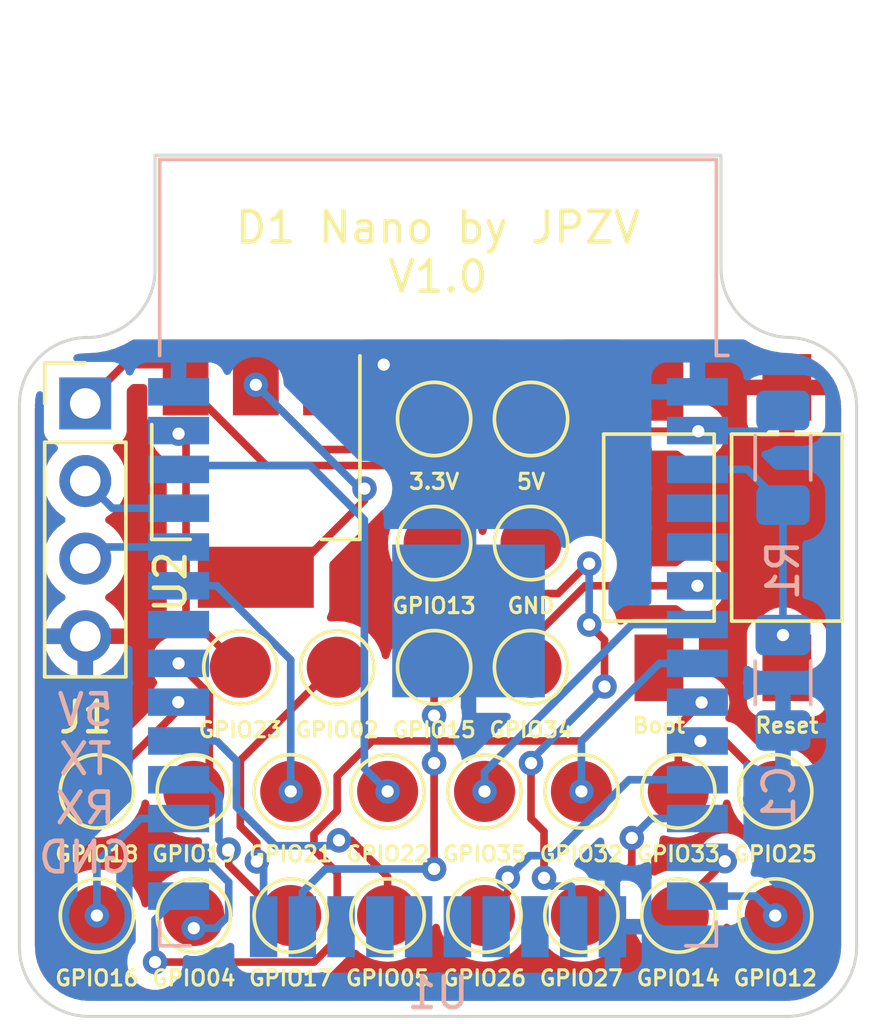
<source format=kicad_pcb>
(kicad_pcb (version 20211014) (generator pcbnew)
  (title_block (title "D1 Nano ESP32") (date "2023-10-11") (rev "${REVISION}") (company "JPZV"))
  (layers (0 "F.Cu" signal) (31 "B.Cu" signal) (34 "B.Paste" user) (35 "F.Paste" user) (36 "B.SilkS" user "B.Silkscreen") (37 "F.SilkS" user "F.Silkscreen") (38 "B.Mask" user) (39 "F.Mask" user) (44 "Edge.Cuts" user))
  (property "REVISION" "1.0")
  (net 0 "")
  (net 1 "GND")
  (net 2 "/RESET")
  (net 3 "+5V")
  (net 4 "/TX")
  (net 5 "/RX")
  (net 6 "+3.3V")
  (net 7 "/BOOT")
  (net 8 "Net-(TP1-Pad1)")
  (net 9 "Net-(TP2-Pad1)")
  (net 10 "Net-(TP3-Pad1)")
  (net 11 "Net-(TP4-Pad1)")
  (net 12 "Net-(TP5-Pad1)")
  (net 13 "Net-(TP6-Pad1)")
  (net 14 "Net-(TP7-Pad1)")
  (net 15 "Net-(TP8-Pad1)")
  (net 16 "Net-(TP9-Pad1)")
  (net 17 "Net-(TP10-Pad1)")
  (net 18 "Net-(TP11-Pad1)")
  (net 19 "Net-(TP12-Pad1)")
  (net 20 "Net-(TP13-Pad1)")
  (net 21 "Net-(TP14-Pad1)")
  (net 22 "Net-(TP15-Pad1)")
  (net 23 "Net-(TP16-Pad1)")
  (net 24 "Net-(TP17-Pad1)")
  (net 25 "Net-(TP18-Pad1)")
  (net 26 "Net-(TP19-Pad1)")
  (net 27 "Net-(TP20-Pad1)")
  (net 28 "Net-(TP21-Pad1)")
  (footprint "Button_Switch_SMD:SW_SPST_FSMSM" (layer "F.Cu") (at 157.48 97.79 90)
    (fp_text reference "SW1" hide)
    (fp_text value "Reset" (at -6.477 0 180) (layer "F.SilkS") (effects (font (size 0.5 0.5) (thickness 0.1))))
    (fp_line (start 3.06 1.81) (end -3.06 1.81) (layer "F.SilkS") (width 0.12))
    (fp_line (start 3.06 -1.81) (end 3.06 1.81) (layer "F.SilkS") (width 0.12))
    (fp_line (start -3.06 1.81) (end -3.06 -1.81) (layer "F.SilkS") (width 0.12))
    (fp_line (start -3.06 -1.81) (end 3.06 -1.81) (layer "F.SilkS") (width 0.12))
    (pad "1" smd rect (at -4.59 0 90) (size 2.18 1.6) (layers "F.Cu" "F.Paste" "F.Mask") (net 2 "/RESET"))
    (pad "2" smd rect (at 4.59 0 90) (size 2.18 1.6) (layers "F.Cu" "F.Paste" "F.Mask") (net 1 "GND"))
  )
  (footprint "TestPoint:TestPoint_Pad_D2.0mm" (layer "F.Cu") (at 150.749 106.426)
    (fp_text reference "TP18" hide)
    (fp_text value "GPIO32" (at 0 2.05) (layer "F.SilkS") (effects (font (size 0.5 0.5) (thickness 0.1))))
    (fp_circle (center 0 0) (end 0 1.2) (layer "F.SilkS") (width 0.12) (fill none))
    (pad "1" smd circle (at 0 0) (size 2 2) (layers "F.Cu" "F.Mask") (net 25 "Net-(TP18-Pad1)"))
  )
  (footprint "TestPoint:TestPoint_Pad_D2.0mm" (layer "F.Cu") (at 134.874 106.426)
    (fp_text reference "TP10" hide)
    (fp_text value "GPIO18" (at 0 2.05) (layer "F.SilkS") (effects (font (size 0.5 0.5) (thickness 0.1))))
    (fp_circle (center 0 0) (end 0 1.2) (layer "F.SilkS") (width 0.12) (fill none))
    (pad "1" smd circle (at 0 0) (size 2 2) (layers "F.Cu" "F.Mask") (net 17 "Net-(TP10-Pad1)"))
  )
  (footprint "TestPoint:TestPoint_Pad_D2.0mm" (layer "F.Cu") (at 157.099 110.49)
    (fp_text reference "TP4" hide)
    (fp_text value "GPIO12" (at 0 2.05) (layer "F.SilkS") (effects (font (size 0.5 0.5) (thickness 0.1))))
    (fp_circle (center 0 0) (end 0 1.2) (layer "F.SilkS") (width 0.12) (fill none))
    (pad "1" smd circle (at 0 0) (size 2 2) (layers "F.Cu" "F.Mask") (net 11 "Net-(TP4-Pad1)"))
  )
  (footprint "TestPoint:TestPoint_Pad_D2.0mm" (layer "F.Cu") (at 141.224 110.49)
    (fp_text reference "TP9" hide)
    (fp_text value "GPIO17" (at 0 2.05) (layer "F.SilkS") (effects (font (size 0.5 0.5) (thickness 0.1))))
    (fp_circle (center 0 0) (end 0 1.2) (layer "F.SilkS") (width 0.12) (fill none))
    (pad "1" smd circle (at 0 0) (size 2 2) (layers "F.Cu" "F.Mask") (net 16 "Net-(TP9-Pad1)"))
  )
  (footprint "TestPoint:TestPoint_Pad_D2.0mm" (layer "F.Cu") (at 149.098 94.234)
    (fp_text reference "TP23" hide)
    (fp_text value "5V" (at 0 2.05) (layer "F.SilkS") (effects (font (size 0.5 0.5) (thickness 0.1))))
    (fp_circle (center 0 0) (end 0 1.2) (layer "F.SilkS") (width 0.12) (fill none))
    (pad "1" smd circle (at 0 0) (size 2 2) (layers "F.Cu" "F.Mask") (net 3 "+5V"))
  )
  (footprint "TestPoint:TestPoint_Pad_D2.0mm" (layer "F.Cu") (at 145.923 94.234)
    (fp_text reference "TP24" hide)
    (fp_text value "3.3V" (at 0 2.05) (layer "F.SilkS") (effects (font (size 0.5 0.5) (thickness 0.1))))
    (fp_circle (center 0 0) (end 0 1.2) (layer "F.SilkS") (width 0.12) (fill none))
    (pad "1" smd circle (at 0 0) (size 2 2) (layers "F.Cu" "F.Mask") (net 6 "+3.3V"))
  )
  (footprint "TestPoint:TestPoint_Pad_D2.0mm" (layer "F.Cu") (at 147.574 110.49)
    (fp_text reference "TP16" hide)
    (fp_text value "GPIO26" (at 0 2.05) (layer "F.SilkS") (effects (font (size 0.5 0.5) (thickness 0.1))))
    (fp_circle (center 0 0) (end 0 1.2) (layer "F.SilkS") (width 0.12) (fill none))
    (pad "1" smd circle (at 0 0) (size 2 2) (layers "F.Cu" "F.Mask") (net 23 "Net-(TP16-Pad1)"))
  )
  (footprint "Button_Switch_SMD:SW_SPST_FSMSM" (layer "F.Cu") (at 153.289 97.79 90)
    (fp_text reference "SW2" hide)
    (fp_text value "Boot" (at -6.477 0 180) (layer "F.SilkS") (effects (font (size 0.5 0.5) (thickness 0.1))))
    (fp_line (start -3.06 1.81) (end -3.06 -1.81) (layer "F.SilkS") (width 0.12))
    (fp_line (start -3.06 -1.81) (end 3.06 -1.81) (layer "F.SilkS") (width 0.12))
    (fp_line (start 3.06 1.81) (end -3.06 1.81) (layer "F.SilkS") (width 0.12))
    (fp_line (start 3.06 -1.81) (end 3.06 1.81) (layer "F.SilkS") (width 0.12))
    (pad "1" smd rect (at -4.59 0 90) (size 2.18 1.6) (layers "F.Cu" "F.Paste" "F.Mask") (net 7 "/BOOT"))
    (pad "2" smd rect (at 4.59 0 90) (size 2.18 1.6) (layers "F.Cu" "F.Paste" "F.Mask") (net 1 "GND"))
  )
  (footprint "TestPoint:TestPoint_Pad_D2.0mm" (layer "F.Cu") (at 134.874 110.49)
    (fp_text reference "TP8" hide)
    (fp_text value "GPIO16" (at 0 2.05) (layer "F.SilkS") (effects (font (size 0.5 0.5) (thickness 0.1))))
    (fp_circle (center 0 0) (end 0 1.2) (layer "F.SilkS") (width 0.12) (fill none))
    (pad "1" smd circle (at 0 0) (size 2 2) (layers "F.Cu" "F.Mask") (net 15 "Net-(TP8-Pad1)"))
  )
  (footprint "TestPoint:TestPoint_Pad_D2.0mm" (layer "F.Cu") (at 150.749 110.49)
    (fp_text reference "TP17" hide)
    (fp_text value "GPIO27" (at 0 2.05) (layer "F.SilkS") (effects (font (size 0.5 0.5) (thickness 0.1))))
    (fp_circle (center 0 0) (end 0 1.2) (layer "F.SilkS") (width 0.12) (fill none))
    (pad "1" smd circle (at 0 0) (size 2 2) (layers "F.Cu" "F.Mask") (net 24 "Net-(TP17-Pad1)"))
  )
  (footprint "TestPoint:TestPoint_Pad_D2.0mm" (layer "F.Cu") (at 138.049 106.426)
    (fp_text reference "TP11" hide)
    (fp_text value "GPIO19" (at 0 2.05) (layer "F.SilkS") (effects (font (size 0.5 0.5) (thickness 0.1))))
    (fp_circle (center 0 0) (end 0 1.2) (layer "F.SilkS") (width 0.12) (fill none))
    (pad "1" smd circle (at 0 0) (size 2 2) (layers "F.Cu" "F.Mask") (net 18 "Net-(TP11-Pad1)"))
  )
  (footprint "TestPoint:TestPoint_Pad_D2.0mm" (layer "F.Cu") (at 145.923 102.362)
    (fp_text reference "TP7" hide)
    (fp_text value "GPIO15" (at 0 2.05) (layer "F.SilkS") (effects (font (size 0.5 0.5) (thickness 0.1))))
    (fp_circle (center 0 0) (end 0 1.2) (layer "F.SilkS") (width 0.12) (fill none))
    (pad "1" smd circle (at 0 0) (size 2 2) (layers "F.Cu" "F.Mask") (net 14 "Net-(TP7-Pad1)"))
  )
  (footprint "Package_TO_SOT_SMD:SOT-223-3_TabPin2" (layer "F.Cu") (at 140.081 96.266 -90)
    (fp_text reference "U2" (at 3.302 2.794 -90) (layer "F.SilkS"))
    (fp_text value "AP1117-33")
    (fp_line (start 1.91 -3.41) (end 1.91 -2.15) (layer "F.SilkS") (width 0.12))
    (fp_line (start 1.91 3.41) (end 1.91 2.15) (layer "F.SilkS") (width 0.12))
    (fp_line (start -4.1 -3.41) (end 1.91 -3.41) (layer "F.SilkS") (width 0.12))
    (fp_line (start -1.85 3.41) (end 1.91 3.41) (layer "F.SilkS") (width 0.12))
    (pad "1" smd rect (at -3.15 -2.3 270) (size 2 1.5) (layers "F.Cu" "F.Paste" "F.Mask") (net 1 "GND"))
    (pad "2" smd rect (at 3.15 0 270) (size 2 3.8) (layers "F.Cu" "F.Paste" "F.Mask") (net 6 "+3.3V"))
    (pad "2" smd rect (at -3.15 0 270) (size 2 1.5) (layers "F.Cu" "F.Paste" "F.Mask") (net 6 "+3.3V"))
    (pad "3" smd rect (at -3.15 2.3 270) (size 2 1.5) (layers "F.Cu" "F.Paste" "F.Mask") (net 3 "+5V"))
  )
  (footprint "TestPoint:TestPoint_Pad_D2.0mm" (layer "F.Cu") (at 144.399 110.49)
    (fp_text reference "TP3" hide)
    (fp_text value "GPIO05" (at 0 2.05) (layer "F.SilkS") (effects (font (size 0.5 0.5) (thickness 0.1))))
    (fp_circle (center 0 0) (end 0 1.2) (layer "F.SilkS") (width 0.12) (fill none))
    (pad "1" smd circle (at 0 0) (size 2 2) (layers "F.Cu" "F.Mask") (net 10 "Net-(TP3-Pad1)"))
  )
  (footprint "TestPoint:TestPoint_Pad_D2.0mm" (layer "F.Cu") (at 149.098 98.298)
    (fp_text reference "TP22" hide)
    (fp_text value "GND" (at 0 2.05) (layer "F.SilkS") (effects (font (size 0.5 0.5) (thickness 0.1))))
    (fp_circle (center 0 0) (end 0 1.2) (layer "F.SilkS") (width 0.12) (fill none))
    (pad "1" smd circle (at 0 0) (size 2 2) (layers "F.Cu" "F.Mask") (net 1 "GND"))
  )
  (footprint "TestPoint:TestPoint_Pad_D2.0mm" (layer "F.Cu") (at 149.098 102.362)
    (fp_text reference "TP20" hide)
    (fp_text value "GPIO34" (at 0 2.05) (layer "F.SilkS") (effects (font (size 0.5 0.5) (thickness 0.1))))
    (fp_circle (center 0 0) (end 0 1.2) (layer "F.SilkS") (width 0.12) (fill none))
    (pad "1" smd circle (at 0 0) (size 2 2) (layers "F.Cu" "F.Mask") (net 27 "Net-(TP20-Pad1)"))
  )
  (footprint "TestPoint:TestPoint_Pad_D2.0mm" (layer "F.Cu") (at 138.049 110.49)
    (fp_text reference "TP2" hide)
    (fp_text value "GPIO04" (at 0 2.05) (layer "F.SilkS") (effects (font (size 0.5 0.5) (thickness 0.1))))
    (fp_circle (center 0 0) (end 0 1.2) (layer "F.SilkS") (width 0.12) (fill none))
    (pad "1" smd circle (at 0 0) (size 2 2) (layers "F.Cu" "F.Mask") (net 9 "Net-(TP2-Pad1)"))
  )
  (footprint "TestPoint:TestPoint_Pad_D2.0mm" (layer "F.Cu") (at 157.099 106.426)
    (fp_text reference "TP15" hide)
    (fp_text value "GPIO25" (at 0 2.05) (layer "F.SilkS") (effects (font (size 0.5 0.5) (thickness 0.1))))
    (fp_circle (center 0 0) (end 0 1.2) (layer "F.SilkS") (width 0.12) (fill none))
    (pad "1" smd circle (at 0 0) (size 2 2) (layers "F.Cu" "F.Mask") (net 22 "Net-(TP15-Pad1)"))
  )
  (footprint "TestPoint:TestPoint_Pad_D2.0mm" (layer "F.Cu") (at 153.924 110.49)
    (fp_text reference "TP6" hide)
    (fp_text value "GPIO14" (at 0 2.05) (layer "F.SilkS") (effects (font (size 0.5 0.5) (thickness 0.1))))
    (fp_circle (center 0 0) (end 0 1.2) (layer "F.SilkS") (width 0.12) (fill none))
    (pad "1" smd circle (at 0 0) (size 2 2) (layers "F.Cu" "F.Mask") (net 13 "Net-(TP6-Pad1)"))
  )
  (footprint "Connector_PinHeader_2.54mm:PinHeader_1x04_P2.54mm_Vertical" (layer "F.Cu") (at 134.493 93.726)
    (fp_text reference "J1" (at 0 10.277) (layer "F.SilkS"))
    (fp_text value "Conn")
    (fp_line (start -1.33 1.27) (end -1.33 8.95) (layer "F.SilkS") (width 0.12))
    (fp_line (start -1.33 -1.33) (end 0 -1.33) (layer "F.SilkS") (width 0.12))
    (fp_line (start -1.33 0) (end -1.33 -1.33) (layer "F.SilkS") (width 0.12))
    (fp_line (start 1.33 1.27) (end 1.33 8.95) (layer "F.SilkS") (width 0.12))
    (fp_line (start -1.33 1.27) (end 1.33 1.27) (layer "F.SilkS") (width 0.12))
    (fp_line (start -1.33 8.95) (end 1.33 8.95) (layer "F.SilkS") (width 0.12))
    (pad "1" thru_hole rect (at 0 0) (size 1.7 1.7) (drill 1) (layers *.Cu *.Mask) (net 3 "+5V"))
    (pad "2" thru_hole oval (at 0 2.54) (size 1.7 1.7) (drill 1) (layers *.Cu *.Mask) (net 4 "/TX"))
    (pad "3" thru_hole oval (at 0 5.08) (size 1.7 1.7) (drill 1) (layers *.Cu *.Mask) (net 5 "/RX"))
    (pad "4" thru_hole oval (at 0 7.62) (size 1.7 1.7) (drill 1) (layers *.Cu *.Mask) (net 1 "GND"))
  )
  (footprint "TestPoint:TestPoint_Pad_D2.0mm" (layer "F.Cu") (at 153.924 106.426)
    (fp_text reference "TP19" hide)
    (fp_text value "GPIO33" (at 0 2.05) (layer "F.SilkS") (effects (font (size 0.5 0.5) (thickness 0.1))))
    (fp_circle (center 0 0) (end 0 1.2) (layer "F.SilkS") (width 0.12) (fill none))
    (pad "1" smd circle (at 0 0) (size 2 2) (layers "F.Cu" "F.Mask") (net 26 "Net-(TP19-Pad1)"))
  )
  (footprint "TestPoint:TestPoint_Pad_D2.0mm" (layer "F.Cu") (at 144.399 106.426)
    (fp_text reference "TP13" hide)
    (fp_text value "GPIO22" (at 0 2.05) (layer "F.SilkS") (effects (font (size 0.5 0.5) (thickness 0.1))))
    (fp_circle (center 0 0) (end 0 1.2) (layer "F.SilkS") (width 0.12) (fill none))
    (pad "1" smd circle (at 0 0) (size 2 2) (layers "F.Cu" "F.Mask") (net 20 "Net-(TP13-Pad1)"))
  )
  (footprint "TestPoint:TestPoint_Pad_D2.0mm" (layer "F.Cu") (at 139.573 102.362)
    (fp_text reference "TP14" hide)
    (fp_text value "GPIO23" (at 0 2.05) (layer "F.SilkS") (effects (font (size 0.5 0.5) (thickness 0.1))))
    (fp_circle (center 0 0) (end 0 1.2) (layer "F.SilkS") (width 0.12) (fill none))
    (pad "1" smd circle (at 0 0) (size 2 2) (layers "F.Cu" "F.Mask") (net 21 "Net-(TP14-Pad1)"))
  )
  (footprint "TestPoint:TestPoint_Pad_D2.0mm" (layer "F.Cu") (at 145.923 98.298)
    (fp_text reference "TP5" hide)
    (fp_text value "GPIO13" (at 0 2.05) (layer "F.SilkS") (effects (font (size 0.5 0.5) (thickness 0.1))))
    (fp_circle (center 0 0) (end 0 1.2) (layer "F.SilkS") (width 0.12) (fill none))
    (pad "1" smd circle (at 0 0) (size 2 2) (layers "F.Cu" "F.Mask") (net 12 "Net-(TP5-Pad1)"))
  )
  (footprint "TestPoint:TestPoint_Pad_D2.0mm" (layer "F.Cu") (at 147.574 106.426)
    (fp_text reference "TP21" hide)
    (fp_text value "GPIO35" (at 0 2.05) (layer "F.SilkS") (effects (font (size 0.5 0.5) (thickness 0.1))))
    (fp_circle (center 0 0) (end 0 1.2) (layer "F.SilkS") (width 0.12) (fill none))
    (pad "1" smd circle (at 0 0) (size 2 2) (layers "F.Cu" "F.Mask") (net 28 "Net-(TP21-Pad1)"))
  )
  (footprint "TestPoint:TestPoint_Pad_D2.0mm" (layer "F.Cu") (at 141.224 106.426)
    (fp_text reference "TP12" hide)
    (fp_text value "GPIO21" (at 0 2.05) (layer "F.SilkS") (effects (font (size 0.5 0.5) (thickness 0.1))))
    (fp_circle (center 0 0) (end 0 1.2) (layer "F.SilkS") (width 0.12) (fill none))
    (pad "1" smd circle (at 0 0) (size 2 2) (layers "F.Cu" "F.Mask") (net 19 "Net-(TP12-Pad1)"))
  )
  (footprint "TestPoint:TestPoint_Pad_D2.0mm" (layer "F.Cu") (at 142.748 102.362)
    (fp_text reference "TP1" hide)
    (fp_text value "GPIO02" (at 0 2.05) (layer "F.SilkS") (effects (font (size 0.5 0.5) (thickness 0.1))))
    (fp_circle (center 0 0) (end 0 1.2) (layer "F.SilkS") (width 0.12) (fill none))
    (pad "1" smd circle (at 0 0) (size 2 2) (layers "F.Cu" "F.Mask") (net 8 "Net-(TP1-Pad1)"))
  )
  (footprint "Capacitor_SMD:C_1206_3216Metric_Pad1.33x1.80mm_HandSolder" (layer "B.Cu") (at 157.353 102.87 90)
    (fp_text reference "C1" (at -3.683 -0.127 90) (layer "B.SilkS") (effects (justify mirror)))
    (fp_text value "0.1nF")
    (fp_line (start -0.711252 -0.91) (end 0.711252 -0.91) (layer "B.SilkS") (width 0.12))
    (fp_line (start -0.711252 0.91) (end 0.711252 0.91) (layer "B.SilkS") (width 0.12))
    (pad "1" smd roundrect (at -1.5625 0 90) (size 1.325 1.8) (layers "B.Cu" "B.Paste" "B.Mask") (roundrect_rratio 0.1886792453) (net 1 "GND"))
    (pad "2" smd roundrect (at 1.5625 0 90) (size 1.325 1.8) (layers "B.Cu" "B.Paste" "B.Mask") (roundrect_rratio 0.1886792453) (net 2 "/RESET"))
  )
  (footprint "RF_Module:ESP32-WROOM-32" (layer "B.Cu") (at 146.05 101.6 180)
    (fp_text reference "U1" (at 0 -11.43 180) (layer "B.SilkS") (effects (justify mirror)))
    (fp_text value "ESP32-WROOM-32")
    (fp_line (start -9.12 15.865) (end -9.12 9.445) (layer "B.SilkS") (width 0.12))
    (fp_line (start 9.12 -9.1) (end 9.12 -9.88) (layer "B.SilkS") (width 0.12))
    (fp_line (start -9.12 -9.1) (end -9.12 -9.88) (layer "B.SilkS") (width 0.12))
    (fp_line (start -9.12 -9.88) (end -8.12 -9.88) (layer "B.SilkS") (width 0.12))
    (fp_line (start 9.12 15.865) (end 9.12 9.445) (layer "B.SilkS") (width 0.12))
    (fp_line (start -9.12 15.865) (end 9.12 15.865) (layer "B.SilkS") (width 0.12))
    (fp_line (start -9.12 9.445) (end -9.5 9.445) (layer "B.SilkS") (width 0.12))
    (fp_line (start 9.12 -9.88) (end 8.12 -9.88) (layer "B.SilkS") (width 0.12))
    (pad "1" smd rect locked (at -8.5 8.255 180) (size 2 0.9) (layers "B.Cu" "B.Paste" "B.Mask") (net 1 "GND"))
    (pad "2" smd rect locked (at -8.5 6.985 180) (size 2 0.9) (layers "B.Cu" "B.Paste" "B.Mask") (net 6 "+3.3V"))
    (pad "3" smd rect locked (at -8.5 5.715 180) (size 2 0.9) (layers "B.Cu" "B.Paste" "B.Mask") (net 2 "/RESET"))
    (pad "4" smd rect locked (at -8.5 4.445 180) (size 2 0.9) (layers "B.Cu" "B.Paste" "B.Mask"))
    (pad "5" smd rect locked (at -8.5 3.175 180) (size 2 0.9) (layers "B.Cu" "B.Paste" "B.Mask"))
    (pad "6" smd rect locked (at -8.5 1.905 180) (size 2 0.9) (layers "B.Cu" "B.Paste" "B.Mask") (net 27 "Net-(TP20-Pad1)"))
    (pad "7" smd rect locked (at -8.5 0.635 180) (size 2 0.9) (layers "B.Cu" "B.Paste" "B.Mask") (net 28 "Net-(TP21-Pad1)"))
    (pad "8" smd rect locked (at -8.5 -0.635 180) (size 2 0.9) (layers "B.Cu" "B.Paste" "B.Mask") (net 25 "Net-(TP18-Pad1)"))
    (pad "9" smd rect locked (at -8.5 -1.905 180) (size 2 0.9) (layers "B.Cu" "B.Paste" "B.Mask") (net 26 "Net-(TP19-Pad1)"))
    (pad "10" smd rect locked (at -8.5 -3.175 180) (size 2 0.9) (layers "B.Cu" "B.Paste" "B.Mask") (net 22 "Net-(TP15-Pad1)"))
    (pad "11" smd rect locked (at -8.5 -4.445 180) (size 2 0.9) (layers "B.Cu" "B.Paste" "B.Mask") (net 23 "Net-(TP16-Pad1)"))
    (pad "12" smd rect locked (at -8.5 -5.715 180) (size 2 0.9) (layers "B.Cu" "B.Paste" "B.Mask") (net 24 "Net-(TP17-Pad1)"))
    (pad "13" smd rect locked (at -8.5 -6.985 180) (size 2 0.9) (layers "B.Cu" "B.Paste" "B.Mask") (net 13 "Net-(TP6-Pad1)"))
    (pad "14" smd rect locked (at -8.5 -8.255 180) (size 2 0.9) (layers "B.Cu" "B.Paste" "B.Mask") (net 11 "Net-(TP4-Pad1)"))
    (pad "15" smd rect locked (at -5.715 -9.255 90) (size 2 0.9) (layers "B.Cu" "B.Paste" "B.Mask") (net 1 "GND"))
    (pad "16" smd rect locked (at -4.445 -9.255 90) (size 2 0.9) (layers "B.Cu" "B.Paste" "B.Mask") (net 12 "Net-(TP5-Pad1)"))
    (pad "17" smd rect locked (at -3.175 -9.255 90) (size 2 0.9) (layers "B.Cu" "B.Paste" "B.Mask"))
    (pad "18" smd rect locked (at -1.905 -9.255 90) (size 2 0.9) (layers "B.Cu" "B.Paste" "B.Mask"))
    (pad "19" smd rect locked (at -0.635 -9.255 90) (size 2 0.9) (layers "B.Cu" "B.Paste" "B.Mask"))
    (pad "20" smd rect locked (at 0.635 -9.255 90) (size 2 0.9) (layers "B.Cu" "B.Paste" "B.Mask"))
    (pad "21" smd rect locked (at 1.905 -9.255 90) (size 2 0.9) (layers "B.Cu" "B.Paste" "B.Mask"))
    (pad "22" smd rect locked (at 3.175 -9.255 90) (size 2 0.9) (layers "B.Cu" "B.Paste" "B.Mask"))
    (pad "23" smd rect locked (at 4.445 -9.255 90) (size 2 0.9) (layers "B.Cu" "B.Paste" "B.Mask") (net 14 "Net-(TP7-Pad1)"))
    (pad "24" smd rect locked (at 5.715 -9.255 90) (size 2 0.9) (layers "B.Cu" "B.Paste" "B.Mask") (net 8 "Net-(TP1-Pad1)"))
    (pad "25" smd rect locked (at 8.5 -8.255 180) (size 2 0.9) (layers "B.Cu" "B.Paste" "B.Mask") (net 7 "/BOOT"))
    (pad "26" smd rect locked (at 8.5 -6.985 180) (size 2 0.9) (layers "B.Cu" "B.Paste" "B.Mask") (net 9 "Net-(TP2-Pad1)"))
    (pad "27" smd rect locked (at 8.5 -5.715 180) (size 2 0.9) (layers "B.Cu" "B.Paste" "B.Mask") (net 15 "Net-(TP8-Pad1)"))
    (pad "28" smd rect locked (at 8.5 -4.445 180) (size 2 0.9) (layers "B.Cu" "B.Paste" "B.Mask") (net 16 "Net-(TP9-Pad1)"))
    (pad "29" smd rect locked (at 8.5 -3.175 180) (size 2 0.9) (layers "B.Cu" "B.Paste" "B.Mask") (net 10 "Net-(TP3-Pad1)"))
    (pad "30" smd rect locked (at 8.5 -1.905 180) (size 2 0.9) (layers "B.Cu" "B.Paste" "B.Mask") (net 17 "Net-(TP10-Pad1)"))
    (pad "31" smd rect locked (at 8.5 -0.635 180) (size 2 0.9) (layers "B.Cu" "B.Paste" "B.Mask") (net 18 "Net-(TP11-Pad1)"))
    (pad "32" smd rect locked (at 8.5 0.635 180) (size 2 0.9) (layers "B.Cu" "B.Paste" "B.Mask"))
    (pad "33" smd rect locked (at 8.5 1.905 180) (size 2 0.9) (layers "B.Cu" "B.Paste" "B.Mask") (net 19 "Net-(TP12-Pad1)"))
    (pad "34" smd rect locked (at 8.5 3.175 180) (size 2 0.9) (layers "B.Cu" "B.Paste" "B.Mask") (net 5 "/RX"))
    (pad "35" smd rect locked (at 8.5 4.445 180) (size 2 0.9) (layers "B.Cu" "B.Paste" "B.Mask") (net 4 "/TX"))
    (pad "36" smd rect locked (at 8.5 5.715 180) (size 2 0.9) (layers "B.Cu" "B.Paste" "B.Mask") (net 20 "Net-(TP13-Pad1)"))
    (pad "37" smd rect locked (at 8.5 6.985 180) (size 2 0.9) (layers "B.Cu" "B.Paste" "B.Mask") (net 21 "Net-(TP14-Pad1)"))
    (pad "38" smd rect locked (at 8.5 8.255 180) (size 2 0.9) (layers "B.Cu" "B.Paste" "B.Mask") (net 1 "GND"))
    (pad "39" smd rect locked (at -1 0.755 180) (size 5 5) (layers "B.Cu" "B.Paste" "B.Mask") (net 1 "GND"))
    (zone (net 0) (net_name "") (layers *.Cu) (connect_pads (clearance 0)) (min_thickness 0.254)
      (keepout (tracks not_allowed) (vias not_allowed) (pads not_allowed) (copperpour not_allowed) (footprints not_allowed))
      (fill (thermal_gap 0.508) (thermal_bridge_width 0.508))
      (polygon (pts (xy 160.05 91.63) (xy 132.05 91.63) (xy 132.05 80.85) (xy 160.05 80.85)))
    )
  )
  (footprint "Resistor_SMD:R_1206_3216Metric_Pad1.30x1.75mm_HandSolder" (layer "B.Cu") (at 157.353 95.504 -90)
    (fp_text reference "R1" (at 3.683 0 90) (layer "B.SilkS") (effects (justify mirror)))
    (fp_text value "10K")
    (fp_line (start -0.727064 -0.91) (end 0.727064 -0.91) (layer "B.SilkS") (width 0.12))
    (fp_line (start -0.727064 0.91) (end 0.727064 0.91) (layer "B.SilkS") (width 0.12))
    (pad "1" smd roundrect (at -1.55 0 270) (size 1.3 1.75) (layers "B.Cu" "B.Paste" "B.Mask") (roundrect_rratio 0.1923076923) (net 6 "+3.3V"))
    (pad "2" smd roundrect (at 1.55 0 270) (size 1.3 1.75) (layers "B.Cu" "B.Paste" "B.Mask") (roundrect_rratio 0.1923076923) (net 2 "/RESET"))
  )
  (gr_line (start 159.766 111.506) (end 159.766 93.853) (layer "Edge.Cuts") (width 0.1))
  (gr_line (start 155.321 85.598) (end 155.321 89.281) (layer "Edge.Cuts") (width 0.1))
  (gr_line (start 134.62 113.792) (end 157.48 113.792) (layer "Edge.Cuts") (width 0.1))
  (gr_arc (start 157.607 91.567) (mid 155.990554 90.897446) (end 155.321 89.281) (layer "Edge.Cuts") (width 0.1))
  (gr_arc (start 136.779 89.281) (mid 136.150654 90.89349) (end 134.5565 91.567) (layer "Edge.Cuts") (width 0.1))
  (gr_arc (start 157.607 91.567) (mid 159.140932 92.280814) (end 159.766 93.853) (layer "Edge.Cuts") (width 0.1))
  (gr_arc (start 132.334 93.853) (mid 132.962346 92.24051) (end 134.5565 91.567) (layer "Edge.Cuts") (width 0.1))
  (gr_line (start 132.334 93.853) (end 132.334 111.506) (layer "Edge.Cuts") (width 0.1))
  (gr_arc (start 134.62 113.792) (mid 133.003554 113.122446) (end 132.334 111.506) (layer "Edge.Cuts") (width 0.1))
  (gr_arc (start 159.766 111.506) (mid 159.096446 113.122446) (end 157.48 113.792) (layer "Edge.Cuts") (width 0.1))
  (gr_line (start 136.779 85.598) (end 155.321 85.598) (layer "Edge.Cuts") (width 0.1))
  (gr_line (start 136.779 89.281) (end 136.779 85.598) (layer "Edge.Cuts") (width 0.1))
  (gr_text "5V\nTX\nRX\nGND" (at 134.493 106.172) (layer "B.SilkS") (effects (font (size 1 1)) (justify mirror)))
  (gr_text "D1 Nano by JPZV\nV${REVISION}" (at 146.05 88.773) (layer "F.SilkS") (effects (font (size 1 1))))
  (via (at 144.272 92.456) (size 0.8) (drill 0.4) (layers "F.Cu" "B.Cu") (net 1))
  (via (at 157.353 101.3075) (size 0.8) (drill 0.4) (layers "F.Cu" "B.Cu") (net 2))
  (segment (start 156.184 95.885) (end 154.55 95.885) (width 0.25) (layer "B.Cu") (net 2))
  (segment (start 157.353 101.3075) (end 157.353 97.054) (width 0.25) (layer "B.Cu") (net 2))
  (segment (start 157.353 97.054) (end 156.184 95.885) (width 0.25) (layer "B.Cu") (net 2))
  (segment (start 140.423 95.758) (end 137.781 93.116) (width 0.25) (layer "F.Cu") (net 3))
  (segment (start 147.574 95.758) (end 140.423 95.758) (width 0.25) (layer "F.Cu") (net 3))
  (segment (start 137.121 92.456) (end 137.781 93.116) (width 0.25) (layer "F.Cu") (net 3))
  (segment (start 135.763 92.456) (end 137.121 92.456) (width 0.25) (layer "F.Cu") (net 3))
  (segment (start 134.493 93.726) (end 135.763 92.456) (width 0.25) (layer "F.Cu") (net 3))
  (segment (start 149.098 94.234) (end 147.574 95.758) (width 0.25) (layer "F.Cu") (net 3))
  (segment (start 135.382 97.155) (end 134.493 96.266) (width 0.25) (layer "B.Cu") (net 4))
  (segment (start 137.55 97.155) (end 135.382 97.155) (width 0.25) (layer "B.Cu") (net 4))
  (segment (start 134.874 98.425) (end 134.493 98.806) (width 0.25) (layer "B.Cu") (net 5))
  (segment (start 137.55 98.425) (end 134.874 98.425) (width 0.25) (layer "B.Cu") (net 5))
  (segment (start 145.923 94.234) (end 146.558 94.234) (width 0.25) (layer "F.Cu") (net 6))
  (segment (start 141.122 99.416) (end 140.081 99.416) (width 0.25) (layer "F.Cu") (net 6))
  (segment (start 146.558 94.234) (end 148.336 92.456) (width 0.25) (layer "F.Cu") (net 6))
  (segment (start 144.923 95.234) (end 145.923 94.234) (width 0.25) (layer "F.Cu") (net 6))
  (segment (start 142.199 95.234) (end 144.923 95.234) (width 0.25) (layer "F.Cu") (net 6))
  (segment (start 148.336 92.456) (end 149.86 92.456) (width 0.25) (layer "F.Cu") (net 6))
  (segment (start 149.86 92.456) (end 152.03943 94.63543) (width 0.25) (layer "F.Cu") (net 6))
  (segment (start 152.03943 94.63543) (end 154.578979 94.63543) (width 0.25) (layer "F.Cu") (net 6))
  (segment (start 140.081 93.116) (end 142.199 95.234) (width 0.25) (layer "F.Cu") (net 6))
  (segment (start 143.641299 96.896701) (end 141.122 99.416) (width 0.25) (layer "F.Cu") (net 6))
  (segment (start 143.641299 96.515701) (end 143.641299 96.896701) (width 0.25) (layer "F.Cu") (net 6))
  (via (at 143.641299 96.515701) (size 0.8) (drill 0.4) (layers "F.Cu" "B.Cu") (net 6))
  (via (at 140.081 93.116) (size 0.8) (drill 0.4) (layers "F.Cu" "B.Cu") (net 6))
  (via (at 154.578979 94.63543) (size 0.8) (drill 0.4) (layers "F.Cu" "B.Cu") (net 6))
  (segment (start 143.641299 96.515701) (end 143.480701 96.515701) (width 0.25) (layer "B.Cu") (net 6))
  (segment (start 156.67157 94.63543) (end 154.578979 94.63543) (width 0.25) (layer "B.Cu") (net 6))
  (segment (start 143.480701 96.515701) (end 140.081 93.116) (width 0.25) (layer "B.Cu") (net 6))
  (segment (start 157.353 93.954) (end 156.67157 94.63543) (width 0.25) (layer "B.Cu") (net 6))
  (segment (start 136.779 112.014) (end 141.986 112.014) (width 0.25) (layer "F.Cu") (net 7))
  (segment (start 150.749 104.775) (end 153.144 102.38) (width 0.25) (layer "F.Cu") (net 7))
  (segment (start 141.986 107.823) (end 142.748 107.061) (width 0.25) (layer "F.Cu") (net 7))
  (segment (start 142.748 109.093) (end 141.986 108.331) (width 0.25) (layer "F.Cu") (net 7))
  (segment (start 142.748 111.252) (end 142.748 109.093) (width 0.25) (layer "F.Cu") (net 7))
  (segment (start 141.986 112.014) (end 142.748 111.252) (width 0.25) (layer "F.Cu") (net 7))
  (segment (start 143.891 104.775) (end 150.749 104.775) (width 0.25) (layer "F.Cu") (net 7))
  (segment (start 141.986 108.331) (end 141.986 107.823) (width 0.25) (layer "F.Cu") (net 7))
  (segment (start 153.144 102.38) (end 153.289 102.38) (width 0.25) (layer "F.Cu") (net 7))
  (segment (start 142.748 105.918) (end 143.891 104.775) (width 0.25) (layer "F.Cu") (net 7))
  (segment (start 142.748 107.061) (end 142.748 105.918) (width 0.25) (layer "F.Cu") (net 7))
  (via (at 136.779 112.014) (size 0.8) (drill 0.4) (layers "F.Cu" "B.Cu") (net 7))
  (segment (start 137.55 109.855) (end 136.779 110.626) (width 0.25) (layer "B.Cu") (net 7))
  (segment (start 136.779 110.626) (end 136.779 112.014) (width 0.25) (layer "B.Cu") (net 7))
  (segment (start 139.573 105.41) (end 142.621 102.362) (width 0.25) (layer "F.Cu") (net 8))
  (segment (start 140.112965 108.719368) (end 140.112965 108.108965) (width 0.25) (layer "F.Cu") (net 8))
  (segment (start 142.621 102.362) (end 142.748 102.362) (width 0.25) (layer "F.Cu") (net 8))
  (segment (start 139.573 107.569) (end 139.573 105.41) (width 0.25) (layer "F.Cu") (net 8))
  (segment (start 140.112965 108.108965) (end 139.573 107.569) (width 0.25) (layer "F.Cu") (net 8))
  (via (at 140.112965 108.719368) (size 0.8) (drill 0.4) (layers "F.Cu" "B.Cu") (net 8))
  (segment (start 140.335 110.855) (end 140.335 108.941403) (width 0.25) (layer "B.Cu") (net 8))
  (segment (start 140.335 108.941403) (end 140.112965 108.719368) (width 0.25) (layer "B.Cu") (net 8))
  (via (at 138.049 110.904502) (size 0.8) (drill 0.4) (layers "F.Cu" "B.Cu") (net 9))
  (segment (start 138.777498 110.904502) (end 138.049 110.904502) (width 0.25) (layer "B.Cu") (net 9))
  (segment (start 137.55 108.585) (end 138.38 108.585) (width 0.25) (layer "B.Cu") (net 9))
  (segment (start 139.192 109.397) (end 139.192 110.49) (width 0.25) (layer "B.Cu") (net 9))
  (segment (start 139.192 110.49) (end 138.777498 110.904502) (width 0.25) (layer "B.Cu") (net 9))
  (segment (start 138.38 108.585) (end 139.192 109.397) (width 0.25) (layer "B.Cu") (net 9))
  (segment (start 142.805611 108.027988) (end 143.206988 108.027988) (width 0.25) (layer "F.Cu") (net 10))
  (segment (start 143.206988 108.027988) (end 144.399 109.22) (width 0.25) (layer "F.Cu") (net 10))
  (segment (start 144.399 109.22) (end 144.399 110.49) (width 0.25) (layer "F.Cu") (net 10))
  (via (at 142.805611 108.027988) (size 0.8) (drill 0.4) (layers "F.Cu" "B.Cu") (net 10))
  (segment (start 139.446 106.934) (end 139.446 105.421) (width 0.25) (layer "B.Cu") (net 10))
  (segment (start 138.8 104.775) (end 137.55 104.775) (width 0.25) (layer "B.Cu") (net 10))
  (segment (start 139.446 105.421) (end 138.8 104.775) (width 0.25) (layer "B.Cu") (net 10))
  (segment (start 142.629599 108.204) (end 140.716 108.204) (width 0.25) (layer "B.Cu") (net 10))
  (segment (start 142.805611 108.027988) (end 142.629599 108.204) (width 0.25) (layer "B.Cu") (net 10))
  (segment (start 140.716 108.204) (end 139.446 106.934) (width 0.25) (layer "B.Cu") (net 10))
  (via (at 157.099 110.49) (size 0.8) (drill 0.4) (layers "F.Cu" "B.Cu") (net 11))
  (segment (start 156.464 109.855) (end 157.099 110.49) (width 0.25) (layer "B.Cu") (net 11))
  (segment (start 154.55 109.855) (end 156.464 109.855) (width 0.25) (layer "B.Cu") (net 11))
  (segment (start 149.985604 99.949) (end 147.574 99.949) (width 0.25) (layer "F.Cu") (net 12))
  (segment (start 147.574 99.949) (end 145.923 98.298) (width 0.25) (layer "F.Cu") (net 12))
  (segment (start 150.964104 98.9705) (end 149.985604 99.949) (width 0.25) (layer "F.Cu") (net 12))
  (segment (start 149.52419 109.255498) (end 149.52419 107.74119) (width 0.25) (layer "F.Cu") (net 12))
  (segment (start 151.003 98.9705) (end 150.964104 98.9705) (width 0.25) (layer "F.Cu") (net 12))
  (segment (start 149.098 107.315) (end 149.098 105.537) (width 0.25) (layer "F.Cu") (net 12))
  (segment (start 151.506701 101.468701) (end 151.003 100.965) (width 0.25) (layer "F.Cu") (net 12))
  (segment (start 151.506701 102.992701) (end 151.506701 101.468701) (width 0.25) (layer "F.Cu") (net 12))
  (segment (start 149.225 107.442) (end 149.098 107.315) (width 0.25) (layer "F.Cu") (net 12))
  (segment (start 149.52419 107.74119) (end 149.225 107.442) (width 0.25) (layer "F.Cu") (net 12))
  (via (at 149.52419 109.255498) (size 0.8) (drill 0.4) (layers "F.Cu" "B.Cu") (net 12))
  (via (at 151.003 100.965) (size 0.8) (drill 0.4) (layers "F.Cu" "B.Cu") (net 12))
  (via (at 149.098 105.4995) (size 0.8) (drill 0.4) (layers "F.Cu" "B.Cu") (net 12))
  (via (at 151.003 98.9705) (size 0.8) (drill 0.4) (layers "F.Cu" "B.Cu") (net 12))
  (via (at 151.506701 102.992701) (size 0.8) (drill 0.4) (layers "F.Cu" "B.Cu") (net 12))
  (segment (start 150.42 109.53) (end 149.798692 109.53) (width 0.25) (layer "B.Cu") (net 12))
  (segment (start 150.495 110.855) (end 150.42 109.53) (width 0.25) (layer "B.Cu") (net 12))
  (segment (start 151.003 98.9705) (end 151.003 100.965) (width 0.25) (layer "B.Cu") (net 12))
  (segment (start 149.098 105.537) (end 149.098 105.401402) (width 0.25) (layer "B.Cu") (net 12))
  (segment (start 149.798692 109.53) (end 149.52419 109.255498) (width 0.25) (layer "B.Cu") (net 12))
  (segment (start 149.098 105.401402) (end 151.506701 102.992701) (width 0.25) (layer "B.Cu") (net 12))
  (segment (start 155.448 108.712) (end 153.924 110.236) (width 0.25) (layer "F.Cu") (net 13))
  (segment (start 153.924 110.236) (end 153.924 110.49) (width 0.25) (layer "F.Cu") (net 13))
  (via (at 155.448 108.712) (size 0.8) (drill 0.4) (layers "F.Cu" "B.Cu") (net 13))
  (segment (start 155.321 108.585) (end 154.55 108.585) (width 0.25) (layer "B.Cu") (net 13))
  (segment (start 155.448 108.712) (end 155.321 108.585) (width 0.25) (layer "B.Cu") (net 13))
  (segment (start 145.923 108.966) (end 145.923 105.4995) (width 0.25) (layer "F.Cu") (net 14))
  (segment (start 145.923 103.944502) (end 145.923 102.362) (width 0.25) (layer "F.Cu") (net 14))
  (via (at 145.923 105.4995) (size 0.8) (drill 0.4) (layers "F.Cu" "B.Cu") (net 14))
  (via (at 145.923 103.944502) (size 0.8) (drill 0.4) (layers "F.Cu" "B.Cu") (net 14))
  (via (at 145.923 108.966) (size 0.8) (drill 0.4) (layers "F.Cu" "B.Cu") (net 14))
  (segment (start 145.923 105.4995) (end 145.923 103.944502) (width 0.25) (layer "B.Cu") (net 14))
  (segment (start 141.605 109.728) (end 142.113 109.22) (width 0.25) (layer "B.Cu") (net 14))
  (segment (start 142.367 108.966) (end 145.923 108.966) (width 0.25) (layer "B.Cu") (net 14))
  (segment (start 141.605 110.855) (end 141.605 109.728) (width 0.25) (layer "B.Cu") (net 14))
  (segment (start 142.113 109.22) (end 142.367 108.966) (width 0.25) (layer "B.Cu") (net 14))
  (via (at 134.874 110.49) (size 0.8) (drill 0.4) (layers "F.Cu" "B.Cu") (net 15))
  (segment (start 137.55 107.315) (end 136.3 107.315) (width 0.25) (layer "B.Cu") (net 15))
  (segment (start 136.3 107.315) (end 134.874 108.741) (width 0.25) (layer "B.Cu") (net 15))
  (segment (start 134.874 108.741) (end 134.874 110.49) (width 0.25) (layer "B.Cu") (net 15))
  (segment (start 140.843 110.49) (end 141.224 110.49) (width 0.25) (layer "F.Cu") (net 16))
  (segment (start 139.192 108.839) (end 140.843 110.49) (width 0.25) (layer "F.Cu") (net 16))
  (segment (start 139.192 108.331) (end 139.192 108.839) (width 0.25) (layer "F.Cu") (net 16))
  (via (at 139.192 108.331) (size 0.8) (drill 0.4) (layers "F.Cu" "B.Cu") (net 16))
  (segment (start 138.875 108.014) (end 138.875 106.54) (width 0.25) (layer "B.Cu") (net 16))
  (segment (start 138.38 106.045) (end 137.55 106.045) (width 0.25) (layer "B.Cu") (net 16))
  (segment (start 138.875 106.54) (end 138.38 106.045) (width 0.25) (layer "B.Cu") (net 16))
  (segment (start 139.192 108.331) (end 138.875 108.014) (width 0.25) (layer "B.Cu") (net 16))
  (segment (start 137.541 103.505) (end 137.541 103.759) (width 0.25) (layer "F.Cu") (net 17))
  (segment (start 137.541 103.759) (end 134.874 106.426) (width 0.25) (layer "F.Cu") (net 17))
  (via (at 137.541 103.505) (size 0.8) (drill 0.4) (layers "F.Cu" "B.Cu") (net 17))
  (segment (start 138.557 105.918) (end 138.557 103.242) (width 0.25) (layer "F.Cu") (net 18))
  (segment (start 138.049 106.426) (end 138.557 105.918) (width 0.25) (layer "F.Cu") (net 18))
  (segment (start 138.557 103.242) (end 137.55 102.235) (width 0.25) (layer "F.Cu") (net 18))
  (via (at 137.55 102.235) (size 0.8) (drill 0.4) (layers "F.Cu" "B.Cu") (net 18))
  (via (at 141.224 106.426) (size 0.8) (drill 0.4) (layers "F.Cu" "B.Cu") (net 19))
  (segment (start 141.224 102.119) (end 141.224 106.426) (width 0.25) (layer "B.Cu") (net 19))
  (segment (start 137.55 99.695) (end 138.8 99.695) (width 0.25) (layer "B.Cu") (net 19))
  (segment (start 138.8 99.695) (end 141.224 102.119) (width 0.25) (layer "B.Cu") (net 19))
  (via (at 144.399 106.426) (size 0.8) (drill 0.4) (layers "F.Cu" "B.Cu") (net 20))
  (segment (start 137.677 95.758) (end 141.859 95.758) (width 0.25) (layer "B.Cu") (net 20))
  (segment (start 137.55 95.885) (end 137.677 95.758) (width 0.25) (layer "B.Cu") (net 20))
  (segment (start 143.637 105.664) (end 144.399 106.426) (width 0.25) (layer "B.Cu") (net 20))
  (segment (start 141.859 95.758) (end 143.637 97.536) (width 0.25) (layer "B.Cu") (net 20))
  (segment (start 143.637 97.536) (end 143.637 105.664) (width 0.25) (layer "B.Cu") (net 20))
  (segment (start 139.573 102.362) (end 137.795 100.584) (width 0.25) (layer "F.Cu") (net 21))
  (segment (start 137.795 100.584) (end 137.795 94.960502) (width 0.25) (layer "F.Cu") (net 21))
  (segment (start 137.795 94.960502) (end 137.55 94.715502) (width 0.25) (layer "F.Cu") (net 21))
  (via (at 137.55 94.715502) (size 0.8) (drill 0.4) (layers "F.Cu" "B.Cu") (net 21))
  (segment (start 155.448 104.775) (end 154.6485 104.775) (width 0.25) (layer "F.Cu") (net 22))
  (segment (start 157.099 106.426) (end 155.448 104.775) (width 0.25) (layer "F.Cu") (net 22))
  (via (at 154.6485 104.775) (size 0.8) (drill 0.4) (layers "F.Cu" "B.Cu") (net 22))
  (segment (start 148.336 109.255498) (end 148.336 109.728) (width 0.25) (layer "F.Cu") (net 23))
  (segment (start 148.336 109.728) (end 147.574 110.49) (width 0.25) (layer "F.Cu") (net 23))
  (via (at 148.336 109.255498) (size 0.8) (drill 0.4) (layers "F.Cu" "B.Cu") (net 23))
  (segment (start 149.824495 108.530498) (end 152.309993 106.045) (width 0.25) (layer "B.Cu") (net 23))
  (segment (start 149.061 108.530498) (end 149.824495 108.530498) (width 0.25) (layer "B.Cu") (net 23))
  (segment (start 152.309993 106.045) (end 154.55 106.045) (width 0.25) (layer "B.Cu") (net 23))
  (segment (start 148.336 109.255498) (end 149.061 108.530498) (width 0.25) (layer "B.Cu") (net 23))
  (segment (start 152.4 107.95) (end 152.4 108.839) (width 0.25) (layer "F.Cu") (net 24))
  (segment (start 152.4 108.839) (end 150.749 110.49) (width 0.25) (layer "F.Cu") (net 24))
  (via (at 152.4 107.95) (size 0.8) (drill 0.4) (layers "F.Cu" "B.Cu") (net 24))
  (segment (start 153.035 107.315) (end 154.55 107.315) (width 0.25) (layer "B.Cu") (net 24))
  (segment (start 152.4 107.95) (end 153.035 107.315) (width 0.25) (layer "B.Cu") (net 24))
  (via (at 150.749 106.426) (size 0.8) (drill 0.4) (layers "F.Cu" "B.Cu") (net 25))
  (segment (start 154.55 102.235) (end 153.3 102.235) (width 0.25) (layer "B.Cu") (net 25))
  (segment (start 153.3 102.235) (end 150.749 104.786) (width 0.25) (layer "B.Cu") (net 25))
  (segment (start 150.749 104.786) (end 150.749 106.426) (width 0.25) (layer "B.Cu") (net 25))
  (segment (start 153.924 104.278166) (end 154.686781 103.515385) (width 0.25) (layer "F.Cu") (net 26))
  (segment (start 153.924 106.426) (end 153.924 104.278166) (width 0.25) (layer "F.Cu") (net 26))
  (via (at 154.686781 103.515385) (size 0.8) (drill 0.4) (layers "F.Cu" "B.Cu") (net 26))
  (segment (start 149.098 102.362) (end 149.098 101.473) (width 0.25) (layer "F.Cu") (net 27))
  (segment (start 149.098 101.473) (end 150.876 99.695) (width 0.25) (layer "F.Cu") (net 27))
  (segment (start 150.876 99.695) (end 154.55 99.695) (width 0.25) (layer "F.Cu") (net 27))
  (via (at 154.55 99.695) (size 0.8) (drill 0.4) (layers "F.Cu" "B.Cu") (net 27))
  (via (at 147.574 106.426) (size 0.8) (drill 0.4) (layers "F.Cu" "B.Cu") (net 28))
  (segment (start 154.55 100.965) (end 152.4 100.965) (width 0.25) (layer "B.Cu") (net 28))
  (segment (start 152.4 100.965) (end 147.574 105.791) (width 0.25) (layer "B.Cu") (net 28))
  (segment (start 147.574 105.791) (end 147.574 106.426) (width 0.25) (layer "B.Cu") (net 28))
  (zone (net 1) (net_name "GND") (layers F&B.Cu) (connect_pads (clearance 0.508)) (min_thickness 0.254) (fill yes (thermal_gap 0.508) (thermal_bridge_width 0.508))
    (polygon (pts (xy 160.401 80.518) (xy 160.401 114.046) (xy 131.699 114.046) (xy 131.699 80.518)))
  )
)
</source>
